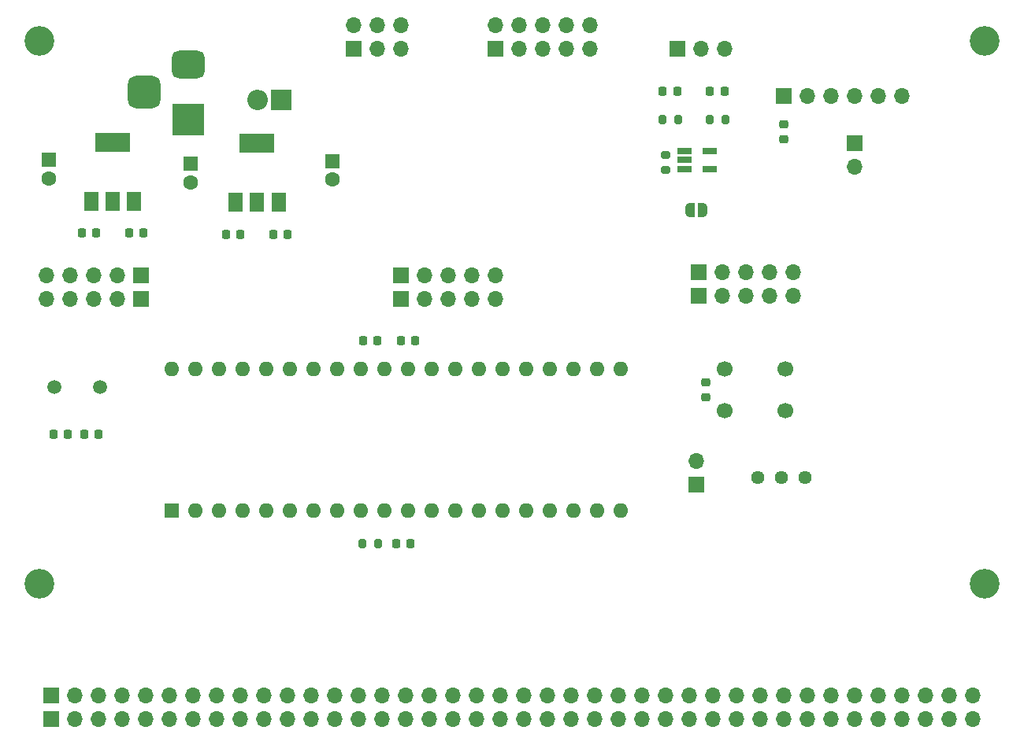
<source format=gts>
G04 #@! TF.GenerationSoftware,KiCad,Pcbnew,(6.0.0)*
G04 #@! TF.CreationDate,2022-08-18T21:59:34-04:00*
G04 #@! TF.ProjectId,Atmega16 breakout,41746d65-6761-4313-9620-627265616b6f,rev?*
G04 #@! TF.SameCoordinates,Original*
G04 #@! TF.FileFunction,Soldermask,Top*
G04 #@! TF.FilePolarity,Negative*
%FSLAX46Y46*%
G04 Gerber Fmt 4.6, Leading zero omitted, Abs format (unit mm)*
G04 Created by KiCad (PCBNEW (6.0.0)) date 2022-08-18 21:59:34*
%MOMM*%
%LPD*%
G01*
G04 APERTURE LIST*
G04 Aperture macros list*
%AMRoundRect*
0 Rectangle with rounded corners*
0 $1 Rounding radius*
0 $2 $3 $4 $5 $6 $7 $8 $9 X,Y pos of 4 corners*
0 Add a 4 corners polygon primitive as box body*
4,1,4,$2,$3,$4,$5,$6,$7,$8,$9,$2,$3,0*
0 Add four circle primitives for the rounded corners*
1,1,$1+$1,$2,$3*
1,1,$1+$1,$4,$5*
1,1,$1+$1,$6,$7*
1,1,$1+$1,$8,$9*
0 Add four rect primitives between the rounded corners*
20,1,$1+$1,$2,$3,$4,$5,0*
20,1,$1+$1,$4,$5,$6,$7,0*
20,1,$1+$1,$6,$7,$8,$9,0*
20,1,$1+$1,$8,$9,$2,$3,0*%
%AMFreePoly0*
4,1,22,0.500000,-0.750000,0.000000,-0.750000,0.000000,-0.745033,-0.079941,-0.743568,-0.215256,-0.701293,-0.333266,-0.622738,-0.424486,-0.514219,-0.481581,-0.384460,-0.499164,-0.250000,-0.500000,-0.250000,-0.500000,0.250000,-0.499164,0.250000,-0.499963,0.256109,-0.478152,0.396186,-0.417904,0.524511,-0.324060,0.630769,-0.204165,0.706417,-0.067858,0.745374,0.000000,0.744959,0.000000,0.750000,
0.500000,0.750000,0.500000,-0.750000,0.500000,-0.750000,$1*%
%AMFreePoly1*
4,1,20,0.000000,0.744959,0.073905,0.744508,0.209726,0.703889,0.328688,0.626782,0.421226,0.519385,0.479903,0.390333,0.500000,0.250000,0.500000,-0.250000,0.499851,-0.262216,0.476331,-0.402017,0.414519,-0.529596,0.319384,-0.634700,0.198574,-0.708877,0.061801,-0.746166,0.000000,-0.745033,0.000000,-0.750000,-0.500000,-0.750000,-0.500000,0.750000,0.000000,0.750000,0.000000,0.744959,
0.000000,0.744959,$1*%
G04 Aperture macros list end*
%ADD10R,1.600000X1.600000*%
%ADD11O,1.600000X1.600000*%
%ADD12RoundRect,0.225000X0.225000X0.250000X-0.225000X0.250000X-0.225000X-0.250000X0.225000X-0.250000X0*%
%ADD13R,1.700000X1.700000*%
%ADD14O,1.700000X1.700000*%
%ADD15C,1.600000*%
%ADD16RoundRect,0.200000X0.200000X0.275000X-0.200000X0.275000X-0.200000X-0.275000X0.200000X-0.275000X0*%
%ADD17C,1.500000*%
%ADD18RoundRect,0.200000X-0.200000X-0.275000X0.200000X-0.275000X0.200000X0.275000X-0.200000X0.275000X0*%
%ADD19C,3.200000*%
%ADD20RoundRect,0.225000X-0.225000X-0.250000X0.225000X-0.250000X0.225000X0.250000X-0.225000X0.250000X0*%
%ADD21RoundRect,0.225000X-0.250000X0.225000X-0.250000X-0.225000X0.250000X-0.225000X0.250000X0.225000X0*%
%ADD22R,2.200000X2.200000*%
%ADD23O,2.200000X2.200000*%
%ADD24C,1.440000*%
%ADD25R,1.500000X2.000000*%
%ADD26R,3.800000X2.000000*%
%ADD27R,3.500000X3.500000*%
%ADD28RoundRect,0.750000X-1.000000X0.750000X-1.000000X-0.750000X1.000000X-0.750000X1.000000X0.750000X0*%
%ADD29RoundRect,0.875000X-0.875000X0.875000X-0.875000X-0.875000X0.875000X-0.875000X0.875000X0.875000X0*%
%ADD30RoundRect,0.225000X0.250000X-0.225000X0.250000X0.225000X-0.250000X0.225000X-0.250000X-0.225000X0*%
%ADD31C,1.700000*%
%ADD32FreePoly0,0.000000*%
%ADD33FreePoly1,0.000000*%
%ADD34R,1.560000X0.650000*%
%ADD35RoundRect,0.200000X-0.275000X0.200000X-0.275000X-0.200000X0.275000X-0.200000X0.275000X0.200000X0*%
%ADD36RoundRect,0.218750X-0.218750X-0.256250X0.218750X-0.256250X0.218750X0.256250X-0.218750X0.256250X0*%
G04 APERTURE END LIST*
D10*
X70109000Y-96271000D03*
D11*
X72649000Y-96271000D03*
X75189000Y-96271000D03*
X77729000Y-96271000D03*
X80269000Y-96271000D03*
X82809000Y-96271000D03*
X85349000Y-96271000D03*
X87889000Y-96271000D03*
X90429000Y-96271000D03*
X92969000Y-96271000D03*
X95509000Y-96271000D03*
X98049000Y-96271000D03*
X100589000Y-96271000D03*
X103129000Y-96271000D03*
X105669000Y-96271000D03*
X108209000Y-96271000D03*
X110749000Y-96271000D03*
X113289000Y-96271000D03*
X115829000Y-96271000D03*
X118369000Y-96271000D03*
X118369000Y-81031000D03*
X115829000Y-81031000D03*
X113289000Y-81031000D03*
X110749000Y-81031000D03*
X108209000Y-81031000D03*
X105669000Y-81031000D03*
X103129000Y-81031000D03*
X100589000Y-81031000D03*
X98049000Y-81031000D03*
X95509000Y-81031000D03*
X92969000Y-81031000D03*
X90429000Y-81031000D03*
X87889000Y-81031000D03*
X85349000Y-81031000D03*
X82809000Y-81031000D03*
X80269000Y-81031000D03*
X77729000Y-81031000D03*
X75189000Y-81031000D03*
X72649000Y-81031000D03*
X70109000Y-81031000D03*
D12*
X92220000Y-77983000D03*
X90670000Y-77983000D03*
D13*
X89657000Y-46640000D03*
D14*
X89657000Y-44100000D03*
X92197000Y-46640000D03*
X92197000Y-44100000D03*
X94737000Y-46640000D03*
X94737000Y-44100000D03*
D13*
X124460000Y-46640000D03*
D14*
X127000000Y-46640000D03*
X129540000Y-46640000D03*
D12*
X62028500Y-66446000D03*
X60478500Y-66446000D03*
D10*
X72189500Y-58960000D03*
D15*
X72189500Y-60960000D03*
D16*
X92270000Y-99827000D03*
X90620000Y-99827000D03*
D17*
X57507000Y-82979500D03*
X62387000Y-82979500D03*
D12*
X82603500Y-66548000D03*
X81053500Y-66548000D03*
X67108500Y-66446000D03*
X65558500Y-66446000D03*
D18*
X127948000Y-54260000D03*
X129598000Y-54260000D03*
D13*
X126492000Y-93477000D03*
D14*
X126492000Y-90937000D03*
D19*
X55880000Y-104140000D03*
D20*
X60706000Y-88059500D03*
X62256000Y-88059500D03*
D13*
X66787000Y-73564000D03*
D14*
X64247000Y-73564000D03*
X61707000Y-73564000D03*
X59167000Y-73564000D03*
X56627000Y-73564000D03*
D13*
X126741000Y-73154500D03*
D14*
X129281000Y-73154500D03*
X131821000Y-73154500D03*
X134361000Y-73154500D03*
X136901000Y-73154500D03*
D13*
X94742000Y-73564000D03*
D14*
X97282000Y-73564000D03*
X99822000Y-73564000D03*
X102362000Y-73564000D03*
X104902000Y-73564000D03*
D19*
X157480000Y-104140000D03*
D10*
X87429500Y-58674000D03*
D15*
X87429500Y-60674000D03*
D21*
X127482600Y-82537000D03*
X127482600Y-84087000D03*
D13*
X94742000Y-71024000D03*
D14*
X97282000Y-71024000D03*
X99822000Y-71024000D03*
X102362000Y-71024000D03*
X104902000Y-71024000D03*
D13*
X143510000Y-56800000D03*
D14*
X143510000Y-59340000D03*
D10*
X56935500Y-58572000D03*
D15*
X56935500Y-60572000D03*
D13*
X126746000Y-70614500D03*
D14*
X129286000Y-70614500D03*
X131826000Y-70614500D03*
X134366000Y-70614500D03*
X136906000Y-70614500D03*
D22*
X81897266Y-52070000D03*
D23*
X79357266Y-52070000D03*
D13*
X104897000Y-46640000D03*
D14*
X104897000Y-44100000D03*
X107437000Y-46640000D03*
X107437000Y-44100000D03*
X109977000Y-46640000D03*
X109977000Y-44100000D03*
X112517000Y-46640000D03*
X112517000Y-44100000D03*
X115057000Y-46640000D03*
X115057000Y-44100000D03*
D20*
X94734000Y-77983000D03*
X96284000Y-77983000D03*
D24*
X138176000Y-92710000D03*
X135636000Y-92710000D03*
X133096000Y-92710000D03*
D19*
X157480000Y-45720000D03*
D25*
X77001500Y-63094000D03*
D26*
X79301500Y-56794000D03*
D25*
X79301500Y-63094000D03*
X81601500Y-63094000D03*
D27*
X71877000Y-54260000D03*
D28*
X71877000Y-48260000D03*
D29*
X67177000Y-51260000D03*
D30*
X135890000Y-56318000D03*
X135890000Y-54768000D03*
D13*
X135890000Y-51720000D03*
D14*
X138430000Y-51720000D03*
X140970000Y-51720000D03*
X143510000Y-51720000D03*
X146050000Y-51720000D03*
X148590000Y-51720000D03*
D31*
X129592000Y-81062000D03*
X136092000Y-81062000D03*
X129592000Y-85562000D03*
X136092000Y-85562000D03*
D32*
X125862400Y-63937400D03*
D33*
X127162400Y-63937400D03*
D13*
X57155000Y-118776000D03*
D14*
X59695000Y-118776000D03*
X62235000Y-118776000D03*
X64775000Y-118776000D03*
X67315000Y-118776000D03*
X69855000Y-118776000D03*
X72395000Y-118776000D03*
X74935000Y-118776000D03*
X77475000Y-118776000D03*
X80015000Y-118776000D03*
X82555000Y-118776000D03*
X85095000Y-118776000D03*
X87635000Y-118776000D03*
X90175000Y-118776000D03*
X92715000Y-118776000D03*
X95255000Y-118776000D03*
X97795000Y-118776000D03*
X100335000Y-118776000D03*
X102875000Y-118776000D03*
X105415000Y-118776000D03*
X107955000Y-118776000D03*
X110495000Y-118776000D03*
X113035000Y-118776000D03*
X115575000Y-118776000D03*
X118115000Y-118776000D03*
X120655000Y-118776000D03*
X123195000Y-118776000D03*
X125735000Y-118776000D03*
X128275000Y-118776000D03*
X130815000Y-118776000D03*
X133355000Y-118776000D03*
X135895000Y-118776000D03*
X138435000Y-118776000D03*
X140975000Y-118776000D03*
X143515000Y-118776000D03*
X146055000Y-118776000D03*
X148595000Y-118776000D03*
X151135000Y-118776000D03*
X153675000Y-118776000D03*
X156215000Y-118776000D03*
D25*
X61493500Y-62992000D03*
X63793500Y-62992000D03*
D26*
X63793500Y-56692000D03*
D25*
X66093500Y-62992000D03*
D34*
X125213200Y-57628000D03*
X125213200Y-58578000D03*
X125213200Y-59528000D03*
X127913200Y-59528000D03*
X127913200Y-57628000D03*
D35*
X123185000Y-58007000D03*
X123185000Y-59657000D03*
D12*
X77523500Y-66548000D03*
X75973500Y-66548000D03*
D13*
X66792000Y-71024000D03*
D14*
X64252000Y-71024000D03*
X61712000Y-71024000D03*
X59172000Y-71024000D03*
X56632000Y-71024000D03*
D12*
X58954000Y-88059500D03*
X57404000Y-88059500D03*
D13*
X57155000Y-116236000D03*
D14*
X59695000Y-116236000D03*
X62235000Y-116236000D03*
X64775000Y-116236000D03*
X67315000Y-116236000D03*
X69855000Y-116236000D03*
X72395000Y-116236000D03*
X74935000Y-116236000D03*
X77475000Y-116236000D03*
X80015000Y-116236000D03*
X82555000Y-116236000D03*
X85095000Y-116236000D03*
X87635000Y-116236000D03*
X90175000Y-116236000D03*
X92715000Y-116236000D03*
X95255000Y-116236000D03*
X97795000Y-116236000D03*
X100335000Y-116236000D03*
X102875000Y-116236000D03*
X105415000Y-116236000D03*
X107955000Y-116236000D03*
X110495000Y-116236000D03*
X113035000Y-116236000D03*
X115575000Y-116236000D03*
X118115000Y-116236000D03*
X120655000Y-116236000D03*
X123195000Y-116236000D03*
X125735000Y-116236000D03*
X128275000Y-116236000D03*
X130815000Y-116236000D03*
X133355000Y-116236000D03*
X135895000Y-116236000D03*
X138435000Y-116236000D03*
X140975000Y-116236000D03*
X143515000Y-116236000D03*
X146055000Y-116236000D03*
X148595000Y-116236000D03*
X151135000Y-116236000D03*
X153675000Y-116236000D03*
X156215000Y-116236000D03*
D19*
X55880000Y-45720000D03*
D12*
X95776000Y-99827000D03*
X94226000Y-99827000D03*
D18*
X122868000Y-54260000D03*
X124518000Y-54260000D03*
D36*
X122905500Y-51212000D03*
X124480500Y-51212000D03*
X127985500Y-51212000D03*
X129560500Y-51212000D03*
M02*

</source>
